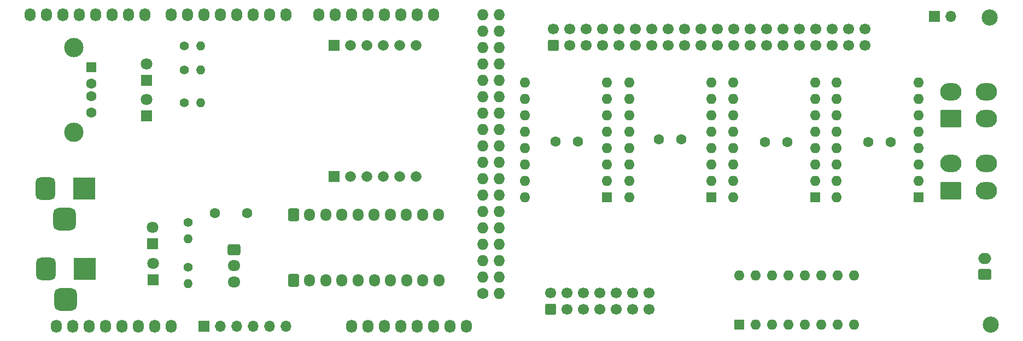
<source format=gbr>
G04 #@! TF.GenerationSoftware,KiCad,Pcbnew,(6.0.7-1)-1*
G04 #@! TF.CreationDate,2023-05-21T10:08:15+10:00*
G04 #@! TF.ProjectId,SARI_STANDBY_ETHERNET,53415249-5f53-4544-914e-4442595f4554,rev?*
G04 #@! TF.SameCoordinates,Original*
G04 #@! TF.FileFunction,Soldermask,Top*
G04 #@! TF.FilePolarity,Negative*
%FSLAX46Y46*%
G04 Gerber Fmt 4.6, Leading zero omitted, Abs format (unit mm)*
G04 Created by KiCad (PCBNEW (6.0.7-1)-1) date 2023-05-21 10:08:15*
%MOMM*%
%LPD*%
G01*
G04 APERTURE LIST*
G04 Aperture macros list*
%AMRoundRect*
0 Rectangle with rounded corners*
0 $1 Rounding radius*
0 $2 $3 $4 $5 $6 $7 $8 $9 X,Y pos of 4 corners*
0 Add a 4 corners polygon primitive as box body*
4,1,4,$2,$3,$4,$5,$6,$7,$8,$9,$2,$3,0*
0 Add four circle primitives for the rounded corners*
1,1,$1+$1,$2,$3*
1,1,$1+$1,$4,$5*
1,1,$1+$1,$6,$7*
1,1,$1+$1,$8,$9*
0 Add four rect primitives between the rounded corners*
20,1,$1+$1,$2,$3,$4,$5,0*
20,1,$1+$1,$4,$5,$6,$7,0*
20,1,$1+$1,$6,$7,$8,$9,0*
20,1,$1+$1,$8,$9,$2,$3,0*%
G04 Aperture macros list end*
%ADD10R,1.665000X1.665000*%
%ADD11C,1.665000*%
%ADD12O,1.400000X1.400000*%
%ADD13C,1.400000*%
%ADD14C,1.727200*%
%ADD15O,1.727200X1.727200*%
%ADD16O,1.727200X2.032000*%
%ADD17R,1.700000X1.700000*%
%ADD18O,1.700000X1.700000*%
%ADD19R,1.800000X1.800000*%
%ADD20C,1.800000*%
%ADD21RoundRect,0.250000X0.600000X-0.600000X0.600000X0.600000X-0.600000X0.600000X-0.600000X-0.600000X0*%
%ADD22C,1.700000*%
%ADD23RoundRect,0.250000X-0.600000X-0.725000X0.600000X-0.725000X0.600000X0.725000X-0.600000X0.725000X0*%
%ADD24O,1.700000X1.950000*%
%ADD25C,1.600000*%
%ADD26R,3.500000X3.500000*%
%ADD27RoundRect,0.750000X-0.750000X-1.000000X0.750000X-1.000000X0.750000X1.000000X-0.750000X1.000000X0*%
%ADD28RoundRect,0.875000X-0.875000X-0.875000X0.875000X-0.875000X0.875000X0.875000X-0.875000X0.875000X0*%
%ADD29R,1.500000X1.600000*%
%ADD30C,3.000000*%
%ADD31RoundRect,0.250001X1.399999X-1.099999X1.399999X1.099999X-1.399999X1.099999X-1.399999X-1.099999X0*%
%ADD32O,3.300000X2.700000*%
%ADD33R,1.600000X1.600000*%
%ADD34O,1.600000X1.600000*%
%ADD35C,2.500000*%
%ADD36RoundRect,0.250000X0.750000X-0.600000X0.750000X0.600000X-0.750000X0.600000X-0.750000X-0.600000X0*%
%ADD37O,2.000000X1.700000*%
%ADD38O,1.950000X1.700000*%
%ADD39RoundRect,0.250000X-0.725000X0.600000X-0.725000X-0.600000X0.725000X-0.600000X0.725000X0.600000X0*%
G04 APERTURE END LIST*
D10*
X174340000Y-95885000D03*
D11*
X176880000Y-95885000D03*
X179420000Y-95885000D03*
X181960000Y-95885000D03*
X184500000Y-95885000D03*
X187040000Y-95885000D03*
D10*
X174340000Y-75565000D03*
D11*
X176880000Y-75565000D03*
X179420000Y-75565000D03*
X181960000Y-75565000D03*
X184500000Y-75565000D03*
X187040000Y-75565000D03*
D12*
X153720000Y-84455000D03*
D13*
X151180000Y-84455000D03*
D14*
X197358000Y-114046000D03*
D15*
X199898000Y-114046000D03*
X197358000Y-111506000D03*
X199898000Y-111506000D03*
X197358000Y-108966000D03*
X199898000Y-108966000D03*
X197358000Y-106426000D03*
X199898000Y-106426000D03*
X197358000Y-103886000D03*
X199898000Y-103886000D03*
X197358000Y-101346000D03*
X199898000Y-101346000D03*
X197358000Y-98806000D03*
X199898000Y-98806000D03*
X197358000Y-96266000D03*
X199898000Y-96266000D03*
X197358000Y-93726000D03*
X199898000Y-93726000D03*
X197358000Y-91186000D03*
X199898000Y-91186000D03*
X197358000Y-88646000D03*
X199898000Y-88646000D03*
X197358000Y-86106000D03*
X199898000Y-86106000D03*
X197358000Y-83566000D03*
X199898000Y-83566000D03*
X197358000Y-81026000D03*
X199898000Y-81026000D03*
X197358000Y-78486000D03*
X199898000Y-78486000D03*
X197358000Y-75946000D03*
X199898000Y-75946000D03*
X197358000Y-73406000D03*
X199898000Y-73406000D03*
X197358000Y-70866000D03*
X199898000Y-70866000D03*
D16*
X131318000Y-119126000D03*
X133858000Y-119126000D03*
X136398000Y-119126000D03*
X138938000Y-119126000D03*
X141478000Y-119126000D03*
X144018000Y-119126000D03*
X146558000Y-119126000D03*
X149098000Y-119126000D03*
D17*
X154178000Y-119126000D03*
D18*
X156718000Y-119126000D03*
X159258000Y-119126000D03*
X161798000Y-119126000D03*
X164338000Y-119126000D03*
X166878000Y-119126000D03*
D16*
X177038000Y-119126000D03*
X179578000Y-119126000D03*
X182118000Y-119126000D03*
X184658000Y-119126000D03*
X187198000Y-119126000D03*
X189738000Y-119126000D03*
X192278000Y-119126000D03*
X194818000Y-119126000D03*
X127254000Y-70866000D03*
X129794000Y-70866000D03*
X132334000Y-70866000D03*
X134874000Y-70866000D03*
X137414000Y-70866000D03*
X139954000Y-70866000D03*
X142494000Y-70866000D03*
X145034000Y-70866000D03*
X149098000Y-70866000D03*
X151638000Y-70866000D03*
X154178000Y-70866000D03*
X156718000Y-70866000D03*
X159258000Y-70866000D03*
X161798000Y-70866000D03*
X164338000Y-70866000D03*
X166878000Y-70866000D03*
X171958000Y-70866000D03*
X174498000Y-70866000D03*
X177038000Y-70866000D03*
X179578000Y-70866000D03*
X182118000Y-70866000D03*
X184658000Y-70866000D03*
X187198000Y-70866000D03*
X189738000Y-70866000D03*
D19*
X145300000Y-81025000D03*
D20*
X145300000Y-78485000D03*
D19*
X145300000Y-86525000D03*
D20*
X145300000Y-83985000D03*
D13*
X151150000Y-75680000D03*
D12*
X153690000Y-75680000D03*
D21*
X207890000Y-116450000D03*
D22*
X207890000Y-113910000D03*
X210430000Y-116450000D03*
X210430000Y-113910000D03*
X212970000Y-116450000D03*
X212970000Y-113910000D03*
X215510000Y-116450000D03*
X215510000Y-113910000D03*
X218050000Y-116450000D03*
X218050000Y-113910000D03*
X220590000Y-116450000D03*
X220590000Y-113910000D03*
X223130000Y-116450000D03*
X223130000Y-113910000D03*
D19*
X146350000Y-111925000D03*
D20*
X146350000Y-109385000D03*
D23*
X168054000Y-101854000D03*
D24*
X170554000Y-101854000D03*
X173054000Y-101854000D03*
X175554000Y-101854000D03*
X178054000Y-101854000D03*
X180554000Y-101854000D03*
X183054000Y-101854000D03*
X185554000Y-101854000D03*
X188054000Y-101854000D03*
X190554000Y-101854000D03*
D13*
X151180000Y-79375000D03*
D12*
X153720000Y-79375000D03*
D13*
X151750000Y-109960000D03*
D12*
X151750000Y-112500000D03*
D25*
X241049600Y-90620000D03*
X244549600Y-90620000D03*
X224649600Y-90120000D03*
X228149600Y-90120000D03*
D26*
X135650000Y-97800000D03*
D27*
X129650000Y-97800000D03*
D28*
X132650000Y-102500000D03*
D29*
X136750000Y-79000000D03*
D25*
X136750000Y-81500000D03*
X136750000Y-83500000D03*
X136750000Y-86000000D03*
D30*
X134040000Y-75930000D03*
X134040000Y-89070000D03*
D31*
X269850000Y-98100000D03*
D32*
X269850000Y-93900000D03*
X275350000Y-98100000D03*
X275350000Y-93900000D03*
D25*
X257049600Y-90620000D03*
X260549600Y-90620000D03*
D21*
X208280000Y-75565000D03*
D22*
X208280000Y-73025000D03*
X210820000Y-75565000D03*
X210820000Y-73025000D03*
X213360000Y-75565000D03*
X213360000Y-73025000D03*
X215900000Y-75565000D03*
X215900000Y-73025000D03*
X218440000Y-75565000D03*
X218440000Y-73025000D03*
X220980000Y-75565000D03*
X220980000Y-73025000D03*
X223520000Y-75565000D03*
X223520000Y-73025000D03*
X226060000Y-75565000D03*
X226060000Y-73025000D03*
X228600000Y-75565000D03*
X228600000Y-73025000D03*
X231140000Y-75565000D03*
X231140000Y-73025000D03*
X233680000Y-75565000D03*
X233680000Y-73025000D03*
X236220000Y-75565000D03*
X236220000Y-73025000D03*
X238760000Y-75565000D03*
X238760000Y-73025000D03*
X241300000Y-75565000D03*
X241300000Y-73025000D03*
X243840000Y-75565000D03*
X243840000Y-73025000D03*
X246380000Y-75565000D03*
X246380000Y-73025000D03*
X248920000Y-75565000D03*
X248920000Y-73025000D03*
X251460000Y-75565000D03*
X251460000Y-73025000D03*
X254000000Y-75565000D03*
X254000000Y-73025000D03*
X256540000Y-75565000D03*
X256540000Y-73025000D03*
D33*
X264889600Y-99170000D03*
D34*
X264889600Y-96630000D03*
X264889600Y-94090000D03*
X264889600Y-91550000D03*
X264889600Y-89010000D03*
X264889600Y-86470000D03*
X264889600Y-83930000D03*
X264889600Y-81390000D03*
X252189600Y-81390000D03*
X252189600Y-83930000D03*
X252189600Y-86470000D03*
X252189600Y-89010000D03*
X252189600Y-91550000D03*
X252189600Y-94090000D03*
X252189600Y-96630000D03*
X252189600Y-99170000D03*
D26*
X135750000Y-110242500D03*
D27*
X129750000Y-110242500D03*
D28*
X132750000Y-114942500D03*
D35*
X276000000Y-118850000D03*
D25*
X160869000Y-101600000D03*
X155869000Y-101600000D03*
D19*
X146250000Y-106350000D03*
D20*
X146250000Y-103810000D03*
D35*
X275900000Y-71250000D03*
D13*
X151750000Y-103010000D03*
D12*
X151750000Y-105550000D03*
D33*
X232739600Y-99170000D03*
D34*
X232739600Y-96630000D03*
X232739600Y-94090000D03*
X232739600Y-91550000D03*
X232739600Y-89010000D03*
X232739600Y-86470000D03*
X232739600Y-83930000D03*
X232739600Y-81390000D03*
X220039600Y-81390000D03*
X220039600Y-83930000D03*
X220039600Y-86470000D03*
X220039600Y-89010000D03*
X220039600Y-91550000D03*
X220039600Y-94090000D03*
X220039600Y-96630000D03*
X220039600Y-99170000D03*
D23*
X168074000Y-111997000D03*
D24*
X170574000Y-111997000D03*
X173074000Y-111997000D03*
X175574000Y-111997000D03*
X178074000Y-111997000D03*
X180574000Y-111997000D03*
X183074000Y-111997000D03*
X185574000Y-111997000D03*
X188074000Y-111997000D03*
X190574000Y-111997000D03*
D36*
X275100000Y-111100000D03*
D37*
X275100000Y-108600000D03*
D38*
X158894000Y-112228000D03*
X158894000Y-109728000D03*
D39*
X158894000Y-107228000D03*
D33*
X237050000Y-118867500D03*
D34*
X239590000Y-118867500D03*
X242130000Y-118867500D03*
X244670000Y-118867500D03*
X247210000Y-118867500D03*
X249750000Y-118867500D03*
X252290000Y-118867500D03*
X254830000Y-118867500D03*
X254830000Y-111247500D03*
X252290000Y-111247500D03*
X249750000Y-111247500D03*
X247210000Y-111247500D03*
X244670000Y-111247500D03*
X242130000Y-111247500D03*
X239590000Y-111247500D03*
X237050000Y-111247500D03*
D33*
X248889600Y-99170000D03*
D34*
X248889600Y-96630000D03*
X248889600Y-94090000D03*
X248889600Y-91550000D03*
X248889600Y-89010000D03*
X248889600Y-86470000D03*
X248889600Y-83930000D03*
X248889600Y-81390000D03*
X236189600Y-81390000D03*
X236189600Y-83930000D03*
X236189600Y-86470000D03*
X236189600Y-89010000D03*
X236189600Y-91550000D03*
X236189600Y-94090000D03*
X236189600Y-96630000D03*
X236189600Y-99170000D03*
D33*
X216589600Y-99170000D03*
D34*
X216589600Y-96630000D03*
X216589600Y-94090000D03*
X216589600Y-91550000D03*
X216589600Y-89010000D03*
X216589600Y-86470000D03*
X216589600Y-83930000D03*
X216589600Y-81390000D03*
X203889600Y-81390000D03*
X203889600Y-83930000D03*
X203889600Y-86470000D03*
X203889600Y-89010000D03*
X203889600Y-91550000D03*
X203889600Y-94090000D03*
X203889600Y-96630000D03*
X203889600Y-99170000D03*
D17*
X267335000Y-71120000D03*
D18*
X269875000Y-71120000D03*
D25*
X208599600Y-90520000D03*
X212099600Y-90520000D03*
D31*
X269850000Y-86950000D03*
D32*
X269850000Y-82750000D03*
X275350000Y-86950000D03*
X275350000Y-82750000D03*
M02*

</source>
